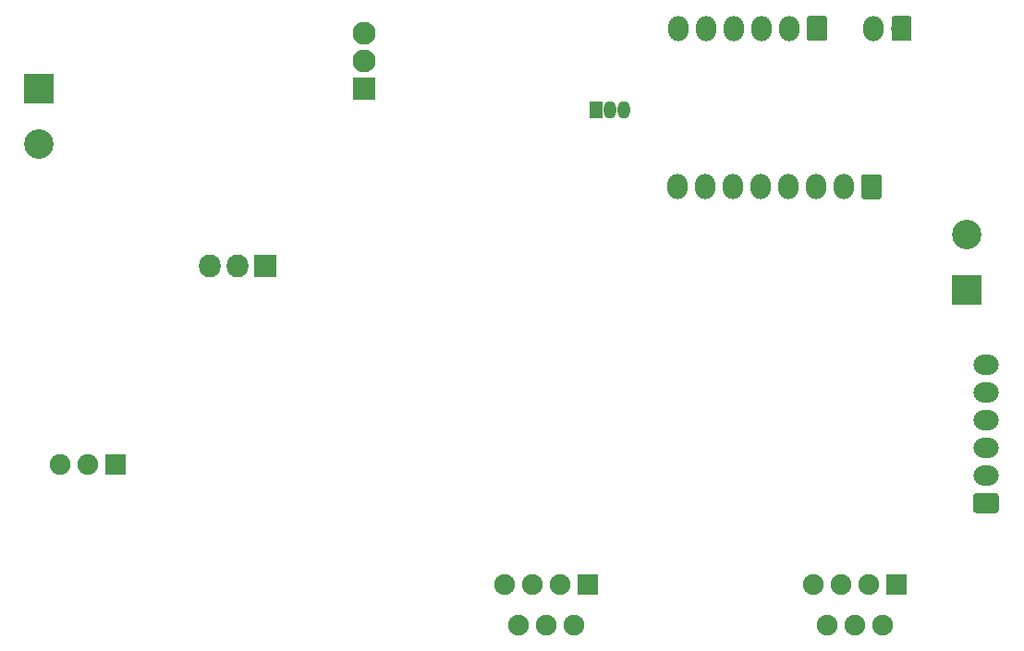
<source format=gbs>
G04 #@! TF.GenerationSoftware,KiCad,Pcbnew,(5.1.0-0)*
G04 #@! TF.CreationDate,2019-06-09T17:55:59+01:00*
G04 #@! TF.ProjectId,PowerSupply,506f7765-7253-4757-9070-6c792e6b6963,0.1*
G04 #@! TF.SameCoordinates,Original*
G04 #@! TF.FileFunction,Soldermask,Bot*
G04 #@! TF.FilePolarity,Negative*
%FSLAX46Y46*%
G04 Gerber Fmt 4.6, Leading zero omitted, Abs format (unit mm)*
G04 Created by KiCad (PCBNEW (5.1.0-0)) date 2019-06-09 17:55:59*
%MOMM*%
%LPD*%
G04 APERTURE LIST*
%ADD10C,0.150000*%
%ADD11C,1.842000*%
%ADD12O,1.842000X2.302000*%
%ADD13R,2.702000X2.702000*%
%ADD14C,2.702000*%
%ADD15O,2.302000X1.842000*%
%ADD16R,2.007000X2.102000*%
%ADD17O,2.007000X2.102000*%
%ADD18O,1.152000X1.602000*%
%ADD19R,1.152000X1.602000*%
%ADD20C,1.902000*%
%ADD21R,1.902000X1.902000*%
%ADD22O,1.902000X1.902000*%
%ADD23R,2.102000X2.102000*%
%ADD24C,2.102000*%
G04 APERTURE END LIST*
D10*
G36*
X147682287Y-54350274D02*
G01*
X147707977Y-54354085D01*
X147733171Y-54360396D01*
X147757625Y-54369146D01*
X147781103Y-54380250D01*
X147803380Y-54393602D01*
X147824241Y-54409074D01*
X147843485Y-54426515D01*
X147860926Y-54445759D01*
X147876398Y-54466620D01*
X147889750Y-54488897D01*
X147900854Y-54512375D01*
X147909604Y-54536829D01*
X147915915Y-54562023D01*
X147919726Y-54587713D01*
X147921000Y-54613654D01*
X147921000Y-56386346D01*
X147919726Y-56412287D01*
X147915915Y-56437977D01*
X147909604Y-56463171D01*
X147900854Y-56487625D01*
X147889750Y-56511103D01*
X147876398Y-56533380D01*
X147860926Y-56554241D01*
X147843485Y-56573485D01*
X147824241Y-56590926D01*
X147803380Y-56606398D01*
X147781103Y-56619750D01*
X147757625Y-56630854D01*
X147733171Y-56639604D01*
X147707977Y-56645915D01*
X147682287Y-56649726D01*
X147656346Y-56651000D01*
X146343654Y-56651000D01*
X146317713Y-56649726D01*
X146292023Y-56645915D01*
X146266829Y-56639604D01*
X146242375Y-56630854D01*
X146218897Y-56619750D01*
X146196620Y-56606398D01*
X146175759Y-56590926D01*
X146156515Y-56573485D01*
X146139074Y-56554241D01*
X146123602Y-56533380D01*
X146110250Y-56511103D01*
X146099146Y-56487625D01*
X146090396Y-56463171D01*
X146084085Y-56437977D01*
X146080274Y-56412287D01*
X146079000Y-56386346D01*
X146079000Y-54613654D01*
X146080274Y-54587713D01*
X146084085Y-54562023D01*
X146090396Y-54536829D01*
X146099146Y-54512375D01*
X146110250Y-54488897D01*
X146123602Y-54466620D01*
X146139074Y-54445759D01*
X146156515Y-54426515D01*
X146175759Y-54409074D01*
X146196620Y-54393602D01*
X146218897Y-54380250D01*
X146242375Y-54369146D01*
X146266829Y-54360396D01*
X146292023Y-54354085D01*
X146317713Y-54350274D01*
X146343654Y-54349000D01*
X147656346Y-54349000D01*
X147682287Y-54350274D01*
X147682287Y-54350274D01*
G37*
D11*
X147000000Y-55500000D03*
D12*
X144460000Y-55500000D03*
D13*
X68000000Y-61000000D03*
D14*
X68000000Y-66080000D03*
D15*
X154750000Y-86300000D03*
X154750000Y-88840000D03*
X154750000Y-91380000D03*
X154750000Y-93920000D03*
X154750000Y-96460000D03*
D10*
G36*
X155662287Y-98080274D02*
G01*
X155687977Y-98084085D01*
X155713171Y-98090396D01*
X155737625Y-98099146D01*
X155761103Y-98110250D01*
X155783380Y-98123602D01*
X155804241Y-98139074D01*
X155823485Y-98156515D01*
X155840926Y-98175759D01*
X155856398Y-98196620D01*
X155869750Y-98218897D01*
X155880854Y-98242375D01*
X155889604Y-98266829D01*
X155895915Y-98292023D01*
X155899726Y-98317713D01*
X155901000Y-98343654D01*
X155901000Y-99656346D01*
X155899726Y-99682287D01*
X155895915Y-99707977D01*
X155889604Y-99733171D01*
X155880854Y-99757625D01*
X155869750Y-99781103D01*
X155856398Y-99803380D01*
X155840926Y-99824241D01*
X155823485Y-99843485D01*
X155804241Y-99860926D01*
X155783380Y-99876398D01*
X155761103Y-99889750D01*
X155737625Y-99900854D01*
X155713171Y-99909604D01*
X155687977Y-99915915D01*
X155662287Y-99919726D01*
X155636346Y-99921000D01*
X153863654Y-99921000D01*
X153837713Y-99919726D01*
X153812023Y-99915915D01*
X153786829Y-99909604D01*
X153762375Y-99900854D01*
X153738897Y-99889750D01*
X153716620Y-99876398D01*
X153695759Y-99860926D01*
X153676515Y-99843485D01*
X153659074Y-99824241D01*
X153643602Y-99803380D01*
X153630250Y-99781103D01*
X153619146Y-99757625D01*
X153610396Y-99733171D01*
X153604085Y-99707977D01*
X153600274Y-99682287D01*
X153599000Y-99656346D01*
X153599000Y-98343654D01*
X153600274Y-98317713D01*
X153604085Y-98292023D01*
X153610396Y-98266829D01*
X153619146Y-98242375D01*
X153630250Y-98218897D01*
X153643602Y-98196620D01*
X153659074Y-98175759D01*
X153676515Y-98156515D01*
X153695759Y-98139074D01*
X153716620Y-98123602D01*
X153738897Y-98110250D01*
X153762375Y-98099146D01*
X153786829Y-98090396D01*
X153812023Y-98084085D01*
X153837713Y-98080274D01*
X153863654Y-98079000D01*
X155636346Y-98079000D01*
X155662287Y-98080274D01*
X155662287Y-98080274D01*
G37*
D11*
X154750000Y-99000000D03*
D10*
G36*
X144932287Y-68850274D02*
G01*
X144957977Y-68854085D01*
X144983171Y-68860396D01*
X145007625Y-68869146D01*
X145031103Y-68880250D01*
X145053380Y-68893602D01*
X145074241Y-68909074D01*
X145093485Y-68926515D01*
X145110926Y-68945759D01*
X145126398Y-68966620D01*
X145139750Y-68988897D01*
X145150854Y-69012375D01*
X145159604Y-69036829D01*
X145165915Y-69062023D01*
X145169726Y-69087713D01*
X145171000Y-69113654D01*
X145171000Y-70886346D01*
X145169726Y-70912287D01*
X145165915Y-70937977D01*
X145159604Y-70963171D01*
X145150854Y-70987625D01*
X145139750Y-71011103D01*
X145126398Y-71033380D01*
X145110926Y-71054241D01*
X145093485Y-71073485D01*
X145074241Y-71090926D01*
X145053380Y-71106398D01*
X145031103Y-71119750D01*
X145007625Y-71130854D01*
X144983171Y-71139604D01*
X144957977Y-71145915D01*
X144932287Y-71149726D01*
X144906346Y-71151000D01*
X143593654Y-71151000D01*
X143567713Y-71149726D01*
X143542023Y-71145915D01*
X143516829Y-71139604D01*
X143492375Y-71130854D01*
X143468897Y-71119750D01*
X143446620Y-71106398D01*
X143425759Y-71090926D01*
X143406515Y-71073485D01*
X143389074Y-71054241D01*
X143373602Y-71033380D01*
X143360250Y-71011103D01*
X143349146Y-70987625D01*
X143340396Y-70963171D01*
X143334085Y-70937977D01*
X143330274Y-70912287D01*
X143329000Y-70886346D01*
X143329000Y-69113654D01*
X143330274Y-69087713D01*
X143334085Y-69062023D01*
X143340396Y-69036829D01*
X143349146Y-69012375D01*
X143360250Y-68988897D01*
X143373602Y-68966620D01*
X143389074Y-68945759D01*
X143406515Y-68926515D01*
X143425759Y-68909074D01*
X143446620Y-68893602D01*
X143468897Y-68880250D01*
X143492375Y-68869146D01*
X143516829Y-68860396D01*
X143542023Y-68854085D01*
X143567713Y-68850274D01*
X143593654Y-68849000D01*
X144906346Y-68849000D01*
X144932287Y-68850274D01*
X144932287Y-68850274D01*
G37*
D11*
X144250000Y-70000000D03*
D12*
X141710000Y-70000000D03*
X139170000Y-70000000D03*
X136630000Y-70000000D03*
X134090000Y-70000000D03*
X131550000Y-70000000D03*
X129010000Y-70000000D03*
X126470000Y-70000000D03*
D14*
X153000000Y-74420000D03*
D13*
X153000000Y-79500000D03*
D10*
G36*
X139932287Y-54350274D02*
G01*
X139957977Y-54354085D01*
X139983171Y-54360396D01*
X140007625Y-54369146D01*
X140031103Y-54380250D01*
X140053380Y-54393602D01*
X140074241Y-54409074D01*
X140093485Y-54426515D01*
X140110926Y-54445759D01*
X140126398Y-54466620D01*
X140139750Y-54488897D01*
X140150854Y-54512375D01*
X140159604Y-54536829D01*
X140165915Y-54562023D01*
X140169726Y-54587713D01*
X140171000Y-54613654D01*
X140171000Y-56386346D01*
X140169726Y-56412287D01*
X140165915Y-56437977D01*
X140159604Y-56463171D01*
X140150854Y-56487625D01*
X140139750Y-56511103D01*
X140126398Y-56533380D01*
X140110926Y-56554241D01*
X140093485Y-56573485D01*
X140074241Y-56590926D01*
X140053380Y-56606398D01*
X140031103Y-56619750D01*
X140007625Y-56630854D01*
X139983171Y-56639604D01*
X139957977Y-56645915D01*
X139932287Y-56649726D01*
X139906346Y-56651000D01*
X138593654Y-56651000D01*
X138567713Y-56649726D01*
X138542023Y-56645915D01*
X138516829Y-56639604D01*
X138492375Y-56630854D01*
X138468897Y-56619750D01*
X138446620Y-56606398D01*
X138425759Y-56590926D01*
X138406515Y-56573485D01*
X138389074Y-56554241D01*
X138373602Y-56533380D01*
X138360250Y-56511103D01*
X138349146Y-56487625D01*
X138340396Y-56463171D01*
X138334085Y-56437977D01*
X138330274Y-56412287D01*
X138329000Y-56386346D01*
X138329000Y-54613654D01*
X138330274Y-54587713D01*
X138334085Y-54562023D01*
X138340396Y-54536829D01*
X138349146Y-54512375D01*
X138360250Y-54488897D01*
X138373602Y-54466620D01*
X138389074Y-54445759D01*
X138406515Y-54426515D01*
X138425759Y-54409074D01*
X138446620Y-54393602D01*
X138468897Y-54380250D01*
X138492375Y-54369146D01*
X138516829Y-54360396D01*
X138542023Y-54354085D01*
X138567713Y-54350274D01*
X138593654Y-54349000D01*
X139906346Y-54349000D01*
X139932287Y-54350274D01*
X139932287Y-54350274D01*
G37*
D11*
X139250000Y-55500000D03*
D12*
X136710000Y-55500000D03*
X134170000Y-55500000D03*
X131630000Y-55500000D03*
X129090000Y-55500000D03*
X126550000Y-55500000D03*
D16*
X88750000Y-77250000D03*
D17*
X86210000Y-77250000D03*
X83670000Y-77250000D03*
D18*
X120270000Y-63000000D03*
X121540000Y-63000000D03*
D19*
X119000000Y-63000000D03*
D20*
X72460000Y-95500000D03*
X69920000Y-95500000D03*
D21*
X75000000Y-95500000D03*
X146500000Y-106500000D03*
D22*
X145230000Y-110200000D03*
X143960000Y-106500000D03*
X142690000Y-110200000D03*
X141420000Y-106500000D03*
X140150000Y-110200000D03*
X138880000Y-106500000D03*
X110630000Y-106500000D03*
X111900000Y-110200000D03*
X113170000Y-106500000D03*
X114440000Y-110200000D03*
X115710000Y-106500000D03*
X116980000Y-110200000D03*
D21*
X118250000Y-106500000D03*
D23*
X97750000Y-61040000D03*
D24*
X97750000Y-58460000D03*
X97750000Y-55960000D03*
M02*

</source>
